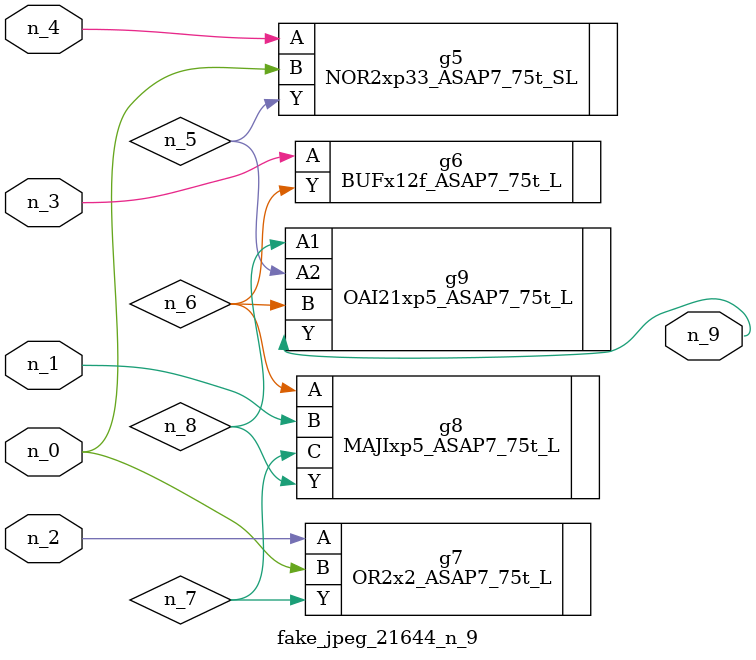
<source format=v>
module fake_jpeg_21644_n_9 (n_3, n_2, n_1, n_0, n_4, n_9);

input n_3;
input n_2;
input n_1;
input n_0;
input n_4;

output n_9;

wire n_8;
wire n_6;
wire n_5;
wire n_7;

NOR2xp33_ASAP7_75t_SL g5 ( 
.A(n_4),
.B(n_0),
.Y(n_5)
);

BUFx12f_ASAP7_75t_L g6 ( 
.A(n_3),
.Y(n_6)
);

OR2x2_ASAP7_75t_L g7 ( 
.A(n_2),
.B(n_0),
.Y(n_7)
);

MAJIxp5_ASAP7_75t_L g8 ( 
.A(n_6),
.B(n_1),
.C(n_7),
.Y(n_8)
);

OAI21xp5_ASAP7_75t_L g9 ( 
.A1(n_8),
.A2(n_5),
.B(n_6),
.Y(n_9)
);


endmodule
</source>
